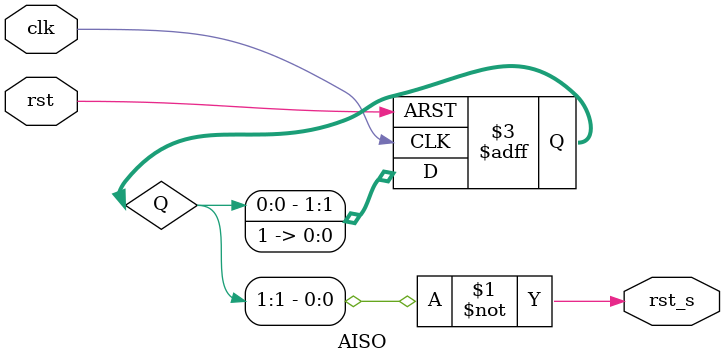
<source format=v>
`timescale 1ns / 1ps
module AISO(clk, rst, rst_s);
	input  clk, rst;
	output rst_s;
	reg    [1:0] Q;
	
	assign rst_s = ~Q[1];     // rst_s is asserted when Q[1] is
	                          // low
	
	always@(posedge clk, posedge rst)
		if(rst)                // if rst is high set Q to 2'b0
		   Q <= 2'b00;
		else                   // else drop a 1'b1 into Q[0] and
			Q <= {Q[0],1'b1};   // bring it through to Q[1]
	
endmodule

</source>
